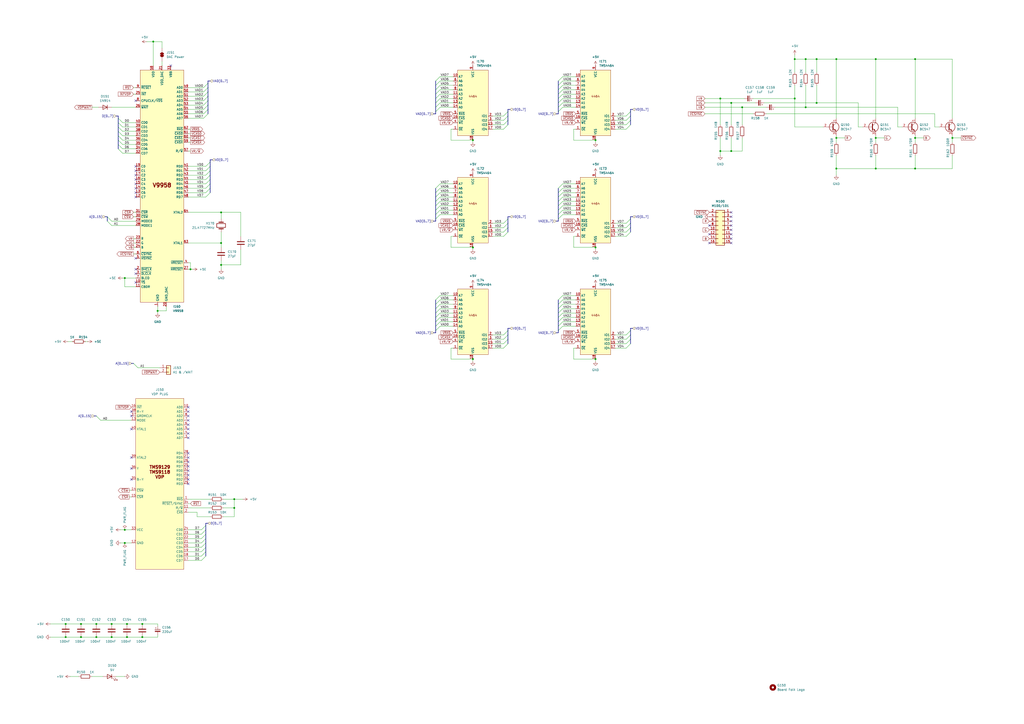
<source format=kicad_sch>
(kicad_sch (version 20250114) (generator "eeschema") (generator_version "9.0")
  (paper "A2")
  (junction (at 552.45 80.01))
  (junction (at 461.01 34.29))
  (junction (at 73.66 369.57))
  (junction (at 508 97.79))
  (junction (at 485.14 80.01))
  (junction (at 430.53 62.23))
  (junction (at 128.27 140.97))
  (junction (at 128.27 123.19))
  (junction (at 508 34.29))
  (junction (at 55.88 369.57))
  (junction (at 82.55 369.57))
  (junction (at 64.77 361.95))
  (junction (at 530.86 80.01))
  (junction (at 46.99 361.95))
  (junction (at 38.1 361.95))
  (junction (at 508 80.01))
  (junction (at 473.71 34.29))
  (junction (at 424.18 59.69))
  (junction (at 417.83 87.63))
  (junction (at 485.14 34.29))
  (junction (at 135.89 294.64))
  (junction (at 128.27 153.67))
  (junction (at 72.39 307.34))
  (junction (at 55.88 361.95))
  (junction (at 82.55 361.95))
  (junction (at 467.36 34.29))
  (junction (at 72.39 314.96))
  (junction (at 345.44 208.28))
  (junction (at 73.66 361.95))
  (junction (at 274.32 81.28))
  (junction (at 473.71 59.69))
  (junction (at 91.44 180.34))
  (junction (at 485.14 97.79))
  (junction (at 467.36 62.23))
  (junction (at 88.9 24.13))
  (junction (at 110.49 156.21))
  (junction (at 46.99 369.57))
  (junction (at 72.39 161.29))
  (junction (at 38.1 369.57))
  (junction (at 530.86 97.79))
  (junction (at 461.01 57.15))
  (junction (at 345.44 143.51))
  (junction (at 274.32 208.28))
  (junction (at 417.83 57.15))
  (junction (at 135.89 289.56))
  (junction (at 530.86 34.29))
  (junction (at 345.44 81.28))
  (junction (at 424.18 87.63))
  (junction (at 64.77 369.57))
  (junction (at 274.32 143.51))
  (no_connect (at 78.74 58.42))
  (no_connect (at 78.74 96.52))
  (no_connect (at 109.22 273.05))
  (no_connect (at 109.22 254))
  (no_connect (at 424.18 130.81))
  (no_connect (at 78.74 104.14))
  (no_connect (at 424.18 135.89))
  (no_connect (at 78.74 111.76))
  (no_connect (at 76.2 271.78))
  (no_connect (at 109.22 238.76))
  (no_connect (at 411.48 140.97))
  (no_connect (at 109.22 246.38))
  (no_connect (at 424.18 128.27))
  (no_connect (at 78.74 163.83))
  (no_connect (at 109.22 267.97))
  (no_connect (at 424.18 125.73))
  (no_connect (at 76.2 238.76))
  (no_connect (at 109.22 236.22))
  (no_connect (at 78.74 114.3))
  (no_connect (at 78.74 101.6))
  (no_connect (at 78.74 158.75))
  (no_connect (at 109.22 262.89))
  (no_connect (at 78.74 156.21))
  (no_connect (at 78.74 99.06))
  (no_connect (at 76.2 241.3))
  (no_connect (at 78.74 106.68))
  (no_connect (at 109.22 275.59))
  (no_connect (at 109.22 280.67))
  (no_connect (at 78.74 109.22))
  (no_connect (at 411.48 135.89))
  (no_connect (at 109.22 278.13))
  (no_connect (at 109.22 251.46))
  (no_connect (at 424.18 140.97))
  (no_connect (at 424.18 138.43))
  (no_connect (at 109.22 243.84))
  (no_connect (at 78.74 149.86))
  (no_connect (at 76.2 248.92))
  (no_connect (at 411.48 130.81))
  (no_connect (at 76.2 278.13))
  (no_connect (at 109.22 265.43))
  (no_connect (at 76.2 265.43))
  (no_connect (at 424.18 123.19))
  (no_connect (at 424.18 133.35))
  (no_connect (at 109.22 270.51))
  (no_connect (at 109.22 241.3))
  (no_connect (at 109.22 248.92))
  (no_connect (at 99.06 38.1))
  (bus_entry (at 326.39 44.45) (size -2.54 2.54))
  (bus_entry (at 326.39 121.92) (size -2.54 2.54))
  (bus_entry (at 363.22 134.62) (size 2.54 -2.54))
  (bus_entry (at 255.27 171.45) (size -2.54 2.54))
  (bus_entry (at 255.27 114.3) (size -2.54 2.54))
  (bus_entry (at 326.39 189.23) (size -2.54 2.54))
  (bus_entry (at 119.38 96.52) (size 2.54 -2.54))
  (bus_entry (at 118.11 55.88) (size 2.54 -2.54))
  (bus_entry (at 326.39 184.15) (size -2.54 2.54))
  (bus_entry (at 326.39 116.84) (size -2.54 2.54))
  (bus_entry (at 292.1 201.93) (size 2.54 -2.54))
  (bus_entry (at 255.27 57.15) (size -2.54 2.54))
  (bus_entry (at 326.39 109.22) (size -2.54 2.54))
  (bus_entry (at 71.12 88.9) (size -2.54 -2.54))
  (bus_entry (at 118.11 66.04) (size 2.54 -2.54))
  (bus_entry (at 119.38 99.06) (size 2.54 -2.54))
  (bus_entry (at 116.84 312.42) (size 2.54 -2.54))
  (bus_entry (at 116.84 322.58) (size 2.54 -2.54))
  (bus_entry (at 363.22 196.85) (size 2.54 -2.54))
  (bus_entry (at 116.84 314.96) (size 2.54 -2.54))
  (bus_entry (at 118.11 68.58) (size 2.54 -2.54))
  (bus_entry (at 326.39 59.69) (size -2.54 2.54))
  (bus_entry (at 363.22 129.54) (size 2.54 -2.54))
  (bus_entry (at 58.42 243.84) (size -2.54 -2.54))
  (bus_entry (at 118.11 50.8) (size 2.54 -2.54))
  (bus_entry (at 292.1 129.54) (size 2.54 -2.54))
  (bus_entry (at 80.01 213.36) (size -2.54 -2.54))
  (bus_entry (at 326.39 186.69) (size -2.54 2.54))
  (bus_entry (at 255.27 116.84) (size -2.54 2.54))
  (bus_entry (at 326.39 171.45) (size -2.54 2.54))
  (bus_entry (at 363.22 132.08) (size 2.54 -2.54))
  (bus_entry (at 255.27 186.69) (size -2.54 2.54))
  (bus_entry (at 255.27 184.15) (size -2.54 2.54))
  (bus_entry (at 71.12 73.66) (size -2.54 -2.54))
  (bus_entry (at 71.12 76.2) (size -2.54 -2.54))
  (bus_entry (at 363.22 74.93) (size 2.54 -2.54))
  (bus_entry (at 119.38 104.14) (size 2.54 -2.54))
  (bus_entry (at 255.27 124.46) (size -2.54 2.54))
  (bus_entry (at 119.38 109.22) (size 2.54 -2.54))
  (bus_entry (at 292.1 69.85) (size 2.54 -2.54))
  (bus_entry (at 363.22 201.93) (size 2.54 -2.54))
  (bus_entry (at 326.39 179.07) (size -2.54 2.54))
  (bus_entry (at 292.1 74.93) (size 2.54 -2.54))
  (bus_entry (at 255.27 189.23) (size -2.54 2.54))
  (bus_entry (at 71.12 86.36) (size -2.54 -2.54))
  (bus_entry (at 363.22 194.31) (size 2.54 -2.54))
  (bus_entry (at 118.11 53.34) (size 2.54 -2.54))
  (bus_entry (at 119.38 101.6) (size 2.54 -2.54))
  (bus_entry (at 292.1 67.31) (size 2.54 -2.54))
  (bus_entry (at 292.1 134.62) (size 2.54 -2.54))
  (bus_entry (at 118.11 63.5) (size 2.54 -2.54))
  (bus_entry (at 255.27 179.07) (size -2.54 2.54))
  (bus_entry (at 255.27 52.07) (size -2.54 2.54))
  (bus_entry (at 116.84 325.12) (size 2.54 -2.54))
  (bus_entry (at 326.39 181.61) (size -2.54 2.54))
  (bus_entry (at 255.27 54.61) (size -2.54 2.54))
  (bus_entry (at 255.27 49.53) (size -2.54 2.54))
  (bus_entry (at 116.84 317.5) (size 2.54 -2.54))
  (bus_entry (at 71.12 78.74) (size -2.54 -2.54))
  (bus_entry (at 116.84 320.04) (size 2.54 -2.54))
  (bus_entry (at 255.27 176.53) (size -2.54 2.54))
  (bus_entry (at 119.38 106.68) (size 2.54 -2.54))
  (bus_entry (at 326.39 49.53) (size -2.54 2.54))
  (bus_entry (at 326.39 176.53) (size -2.54 2.54))
  (bus_entry (at 255.27 111.76) (size -2.54 2.54))
  (bus_entry (at 255.27 173.99) (size -2.54 2.54))
  (bus_entry (at 71.12 83.82) (size -2.54 -2.54))
  (bus_entry (at 255.27 44.45) (size -2.54 2.54))
  (bus_entry (at 255.27 109.22) (size -2.54 2.54))
  (bus_entry (at 292.1 137.16) (size 2.54 -2.54))
  (bus_entry (at 71.12 71.12) (size -2.54 -2.54))
  (bus_entry (at 116.84 307.34) (size 2.54 -2.54))
  (bus_entry (at 292.1 194.31) (size 2.54 -2.54))
  (bus_entry (at 119.38 114.3) (size 2.54 -2.54))
  (bus_entry (at 292.1 132.08) (size 2.54 -2.54))
  (bus_entry (at 326.39 111.76) (size -2.54 2.54))
  (bus_entry (at 118.11 60.96) (size 2.54 -2.54))
  (bus_entry (at 326.39 124.46) (size -2.54 2.54))
  (bus_entry (at 292.1 72.39) (size 2.54 -2.54))
  (bus_entry (at 255.27 62.23) (size -2.54 2.54))
  (bus_entry (at 363.22 67.31) (size 2.54 -2.54))
  (bus_entry (at 64.77 130.81) (size -2.54 -2.54))
  (bus_entry (at 326.39 52.07) (size -2.54 2.54))
  (bus_entry (at 255.27 46.99) (size -2.54 2.54))
  (bus_entry (at 363.22 69.85) (size 2.54 -2.54))
  (bus_entry (at 326.39 106.68) (size -2.54 2.54))
  (bus_entry (at 292.1 199.39) (size 2.54 -2.54))
  (bus_entry (at 326.39 57.15) (size -2.54 2.54))
  (bus_entry (at 71.12 81.28) (size -2.54 -2.54))
  (bus_entry (at 326.39 54.61) (size -2.54 2.54))
  (bus_entry (at 255.27 106.68) (size -2.54 2.54))
  (bus_entry (at 116.84 309.88) (size 2.54 -2.54))
  (bus_entry (at 363.22 72.39) (size 2.54 -2.54))
  (bus_entry (at 64.77 128.27) (size -2.54 -2.54))
  (bus_entry (at 363.22 199.39) (size 2.54 -2.54))
  (bus_entry (at 292.1 196.85) (size 2.54 -2.54))
  (bus_entry (at 255.27 121.92) (size -2.54 2.54))
  (bus_entry (at 326.39 173.99) (size -2.54 2.54))
  (bus_entry (at 255.27 119.38) (size -2.54 2.54))
  (bus_entry (at 363.22 137.16) (size 2.54 -2.54))
  (bus_entry (at 119.38 111.76) (size 2.54 -2.54))
  (bus_entry (at 326.39 119.38) (size -2.54 2.54))
  (bus_entry (at 255.27 181.61) (size -2.54 2.54))
  (bus_entry (at 118.11 58.42) (size 2.54 -2.54))
  (bus_entry (at 255.27 59.69) (size -2.54 2.54))
  (bus_entry (at 326.39 62.23) (size -2.54 2.54))
  (bus_entry (at 326.39 46.99) (size -2.54 2.54))
  (bus_entry (at 326.39 114.3) (size -2.54 2.54))
  (wire (pts (xy 64.77 130.81) (xy 78.74 130.81)))
  (wire (pts (xy 262.89 109.22) (xy 255.27 109.22)))
  (wire (pts (xy 262.89 201.93) (xy 261.62 201.93)))
  (bus (pts (xy 68.58 68.58) (xy 68.58 71.12)))
  (wire (pts (xy 38.1 369.57) (xy 46.99 369.57)))
  (bus (pts (xy 323.85 54.61) (xy 323.85 52.07)))
  (wire (pts (xy 552.45 82.55) (xy 552.45 80.01)))
  (wire (pts (xy 508 68.58) (xy 508 34.29)))
  (bus (pts (xy 294.64 67.31) (xy 294.64 69.85)))
  (wire (pts (xy 71.12 161.29) (xy 72.39 161.29)))
  (wire (pts (xy 262.89 119.38) (xy 255.27 119.38)))
  (wire (pts (xy 128.27 151.13) (xy 128.27 153.67)))
  (wire (pts (xy 262.89 44.45) (xy 255.27 44.45)))
  (wire (pts (xy 262.89 57.15) (xy 255.27 57.15)))
  (bus (pts (xy 121.92 96.52) (xy 121.92 99.06)))
  (wire (pts (xy 552.45 80.01) (xy 552.45 78.74)))
  (wire (pts (xy 285.75 137.16) (xy 292.1 137.16)))
  (wire (pts (xy 334.01 106.68) (xy 326.39 106.68)))
  (wire (pts (xy 334.01 111.76) (xy 326.39 111.76)))
  (wire (pts (xy 461.01 34.29) (xy 461.01 31.75)))
  (wire (pts (xy 77.47 143.51) (xy 78.74 143.51)))
  (wire (pts (xy 530.86 68.58) (xy 530.86 34.29)))
  (bus (pts (xy 252.73 186.69) (xy 252.73 184.15)))
  (wire (pts (xy 139.7 123.19) (xy 128.27 123.19)))
  (wire (pts (xy 116.84 317.5) (xy 109.22 317.5)))
  (wire (pts (xy 485.14 101.6) (xy 485.14 97.79)))
  (wire (pts (xy 129.54 294.64) (xy 135.89 294.64)))
  (wire (pts (xy 110.49 74.93) (xy 109.22 74.93)))
  (wire (pts (xy 45.72 392.43) (xy 40.64 392.43)))
  (bus (pts (xy 251.46 66.04) (xy 252.73 66.04)))
  (wire (pts (xy 59.69 392.43) (xy 53.34 392.43)))
  (bus (pts (xy 323.85 127) (xy 323.85 124.46)))
  (bus (pts (xy 323.85 114.3) (xy 323.85 111.76)))
  (wire (pts (xy 461.01 57.15) (xy 461.01 73.66)))
  (wire (pts (xy 39.37 198.12) (xy 41.91 198.12)))
  (bus (pts (xy 365.76 69.85) (xy 365.76 72.39)))
  (bus (pts (xy 252.73 176.53) (xy 252.73 173.99)))
  (bus (pts (xy 322.58 66.04) (xy 323.85 66.04)))
  (wire (pts (xy 110.49 77.47) (xy 109.22 77.47)))
  (wire (pts (xy 552.45 34.29) (xy 530.86 34.29)))
  (bus (pts (xy 252.73 179.07) (xy 252.73 176.53)))
  (bus (pts (xy 365.76 191.77) (xy 365.76 194.31)))
  (bus (pts (xy 119.38 304.8) (xy 119.38 307.34)))
  (wire (pts (xy 116.84 312.42) (xy 109.22 312.42)))
  (wire (pts (xy 332.74 74.93) (xy 332.74 81.28)))
  (bus (pts (xy 294.64 196.85) (xy 294.64 199.39)))
  (wire (pts (xy 96.52 177.8) (xy 96.52 180.34)))
  (wire (pts (xy 334.01 116.84) (xy 326.39 116.84)))
  (wire (pts (xy 424.18 72.39) (xy 424.18 59.69)))
  (bus (pts (xy 322.58 193.04) (xy 323.85 193.04)))
  (bus (pts (xy 68.58 71.12) (xy 68.58 73.66)))
  (bus (pts (xy 365.76 132.08) (xy 365.76 134.62)))
  (bus (pts (xy 120.65 53.34) (xy 120.65 55.88)))
  (wire (pts (xy 424.18 80.01) (xy 424.18 87.63)))
  (wire (pts (xy 91.44 180.34) (xy 91.44 181.61)))
  (wire (pts (xy 485.14 80.01) (xy 485.14 78.74)))
  (wire (pts (xy 71.12 81.28) (xy 78.74 81.28)))
  (wire (pts (xy 417.83 72.39) (xy 417.83 57.15)))
  (wire (pts (xy 334.01 114.3) (xy 326.39 114.3)))
  (wire (pts (xy 77.47 147.32) (xy 78.74 147.32)))
  (wire (pts (xy 110.49 80.01) (xy 109.22 80.01)))
  (wire (pts (xy 334.01 124.46) (xy 326.39 124.46)))
  (bus (pts (xy 323.85 64.77) (xy 323.85 62.23)))
  (wire (pts (xy 74.93 284.48) (xy 76.2 284.48)))
  (wire (pts (xy 508 82.55) (xy 508 80.01)))
  (bus (pts (xy 323.85 124.46) (xy 323.85 121.92)))
  (wire (pts (xy 542.29 66.04) (xy 542.29 73.66)))
  (wire (pts (xy 530.86 82.55) (xy 530.86 80.01)))
  (wire (pts (xy 71.12 78.74) (xy 78.74 78.74)))
  (wire (pts (xy 109.22 50.8) (xy 118.11 50.8)))
  (wire (pts (xy 430.53 62.23) (xy 444.5 62.23)))
  (wire (pts (xy 262.89 137.16) (xy 261.62 137.16)))
  (wire (pts (xy 552.45 90.17) (xy 552.45 97.79)))
  (wire (pts (xy 334.01 171.45) (xy 326.39 171.45)))
  (bus (pts (xy 365.76 194.31) (xy 365.76 196.85)))
  (bus (pts (xy 252.73 184.15) (xy 252.73 181.61)))
  (wire (pts (xy 261.62 143.51) (xy 274.32 143.51)))
  (bus (pts (xy 252.73 181.61) (xy 252.73 179.07)))
  (wire (pts (xy 473.71 34.29) (xy 467.36 34.29)))
  (wire (pts (xy 274.32 82.55) (xy 274.32 81.28)))
  (wire (pts (xy 332.74 81.28) (xy 345.44 81.28)))
  (wire (pts (xy 485.14 34.29) (xy 485.14 68.58)))
  (wire (pts (xy 116.84 322.58) (xy 109.22 322.58)))
  (wire (pts (xy 334.01 57.15) (xy 326.39 57.15)))
  (wire (pts (xy 274.32 209.55) (xy 274.32 208.28)))
  (wire (pts (xy 129.54 289.56) (xy 135.89 289.56)))
  (wire (pts (xy 356.87 69.85) (xy 363.22 69.85)))
  (wire (pts (xy 135.89 294.64) (xy 135.89 289.56)))
  (wire (pts (xy 285.75 199.39) (xy 292.1 199.39)))
  (wire (pts (xy 262.89 171.45) (xy 255.27 171.45)))
  (wire (pts (xy 530.86 90.17) (xy 530.86 97.79)))
  (bus (pts (xy 252.73 119.38) (xy 252.73 116.84)))
  (wire (pts (xy 109.22 104.14) (xy 119.38 104.14)))
  (wire (pts (xy 332.74 137.16) (xy 332.74 143.51)))
  (bus (pts (xy 119.38 309.88) (xy 119.38 312.42)))
  (bus (pts (xy 120.65 50.8) (xy 120.65 53.34)))
  (wire (pts (xy 261.62 208.28) (xy 274.32 208.28)))
  (bus (pts (xy 67.31 67.31) (xy 68.58 67.31)))
  (wire (pts (xy 262.89 181.61) (xy 255.27 181.61)))
  (bus (pts (xy 252.73 191.77) (xy 252.73 189.23)))
  (wire (pts (xy 274.32 144.78) (xy 274.32 143.51)))
  (wire (pts (xy 88.9 24.13) (xy 88.9 38.1)))
  (wire (pts (xy 285.75 134.62) (xy 292.1 134.62)))
  (wire (pts (xy 114.3 297.18) (xy 114.3 299.72)))
  (wire (pts (xy 128.27 153.67) (xy 128.27 156.21)))
  (wire (pts (xy 497.84 59.69) (xy 497.84 73.66)))
  (wire (pts (xy 128.27 140.97) (xy 128.27 143.51)))
  (wire (pts (xy 109.22 68.58) (xy 118.11 68.58)))
  (bus (pts (xy 294.64 69.85) (xy 294.64 72.39)))
  (bus (pts (xy 294.64 129.54) (xy 294.64 132.08)))
  (wire (pts (xy 109.22 109.22) (xy 119.38 109.22)))
  (wire (pts (xy 473.71 49.53) (xy 473.71 59.69)))
  (bus (pts (xy 323.85 191.77) (xy 323.85 189.23)))
  (wire (pts (xy 430.53 80.01) (xy 430.53 87.63)))
  (wire (pts (xy 109.22 123.19) (xy 128.27 123.19)))
  (wire (pts (xy 64.77 361.95) (xy 73.66 361.95)))
  (wire (pts (xy 485.14 97.79) (xy 485.14 90.17)))
  (wire (pts (xy 262.89 106.68) (xy 255.27 106.68)))
  (wire (pts (xy 111.76 156.21) (xy 110.49 156.21)))
  (wire (pts (xy 334.01 59.69) (xy 326.39 59.69)))
  (wire (pts (xy 72.39 314.96) (xy 76.2 314.96)))
  (wire (pts (xy 334.01 49.53) (xy 326.39 49.53)))
  (bus (pts (xy 68.58 76.2) (xy 68.58 78.74)))
  (wire (pts (xy 444.5 66.04) (xy 542.29 66.04)))
  (bus (pts (xy 121.92 93.98) (xy 121.92 96.52)))
  (wire (pts (xy 508 34.29) (xy 530.86 34.29)))
  (wire (pts (xy 109.22 55.88) (xy 118.11 55.88)))
  (wire (pts (xy 109.22 60.96) (xy 118.11 60.96)))
  (bus (pts (xy 252.73 52.07) (xy 252.73 49.53)))
  (wire (pts (xy 345.44 82.55) (xy 345.44 81.28)))
  (wire (pts (xy 430.53 87.63) (xy 424.18 87.63)))
  (wire (pts (xy 109.22 152.4) (xy 110.49 152.4)))
  (wire (pts (xy 334.01 54.61) (xy 326.39 54.61)))
  (wire (pts (xy 334.01 201.93) (xy 332.74 201.93)))
  (bus (pts (xy 252.73 114.3) (xy 252.73 111.76)))
  (wire (pts (xy 334.01 74.93) (xy 332.74 74.93)))
  (wire (pts (xy 520.7 62.23) (xy 520.7 73.66)))
  (bus (pts (xy 119.38 320.04) (xy 119.38 322.58)))
  (wire (pts (xy 508 80.01) (xy 513.08 80.01)))
  (bus (pts (xy 121.92 109.22) (xy 121.92 111.76)))
  (wire (pts (xy 139.7 144.78) (xy 139.7 153.67)))
  (wire (pts (xy 473.71 41.91) (xy 473.71 34.29)))
  (bus (pts (xy 295.91 125.73) (xy 294.64 125.73)))
  (wire (pts (xy 356.87 201.93) (xy 363.22 201.93)))
  (bus (pts (xy 60.96 125.73) (xy 62.23 125.73)))
  (bus (pts (xy 295.91 190.5) (xy 294.64 190.5)))
  (wire (pts (xy 93.98 24.13) (xy 93.98 27.94)))
  (wire (pts (xy 46.99 361.95) (xy 55.88 361.95)))
  (wire (pts (xy 334.01 119.38) (xy 326.39 119.38)))
  (wire (pts (xy 53.34 62.23) (xy 57.15 62.23)))
  (wire (pts (xy 497.84 73.66) (xy 500.38 73.66)))
  (bus (pts (xy 119.38 303.53) (xy 119.38 304.8)))
  (wire (pts (xy 262.89 116.84) (xy 255.27 116.84)))
  (wire (pts (xy 461.01 41.91) (xy 461.01 34.29)))
  (wire (pts (xy 72.39 166.37) (xy 72.39 161.29)))
  (wire (pts (xy 334.01 179.07) (xy 326.39 179.07)))
  (wire (pts (xy 110.49 82.55) (xy 109.22 82.55)))
  (wire (pts (xy 262.89 111.76) (xy 255.27 111.76)))
  (wire (pts (xy 77.47 125.73) (xy 78.74 125.73)))
  (wire (pts (xy 467.36 41.91) (xy 467.36 34.29)))
  (wire (pts (xy 285.75 69.85) (xy 292.1 69.85)))
  (bus (pts (xy 252.73 49.53) (xy 252.73 46.99)))
  (bus (pts (xy 252.73 116.84) (xy 252.73 114.3)))
  (wire (pts (xy 77.47 138.43) (xy 78.74 138.43)))
  (wire (pts (xy 72.39 392.43) (xy 67.31 392.43)))
  (wire (pts (xy 332.74 208.28) (xy 345.44 208.28)))
  (wire (pts (xy 285.75 72.39) (xy 292.1 72.39)))
  (bus (pts (xy 365.76 63.5) (xy 365.76 64.77)))
  (wire (pts (xy 109.22 289.56) (xy 121.92 289.56)))
  (wire (pts (xy 262.89 54.61) (xy 255.27 54.61)))
  (wire (pts (xy 552.45 80.01) (xy 557.53 80.01)))
  (wire (pts (xy 530.86 80.01) (xy 535.94 80.01)))
  (wire (pts (xy 71.12 86.36) (xy 78.74 86.36)))
  (bus (pts (xy 294.64 194.31) (xy 294.64 196.85)))
  (wire (pts (xy 93.98 38.1) (xy 93.98 35.56)))
  (wire (pts (xy 508 97.79) (xy 485.14 97.79)))
  (bus (pts (xy 68.58 78.74) (xy 68.58 81.28)))
  (wire (pts (xy 91.44 369.57) (xy 91.44 368.3)))
  (wire (pts (xy 55.88 369.57) (xy 64.77 369.57)))
  (bus (pts (xy 120.65 63.5) (xy 120.65 66.04)))
  (wire (pts (xy 508 90.17) (xy 508 97.79)))
  (wire (pts (xy 77.47 50.8) (xy 78.74 50.8)))
  (bus (pts (xy 252.73 189.23) (xy 252.73 186.69)))
  (wire (pts (xy 430.53 62.23) (xy 408.94 62.23)))
  (wire (pts (xy 71.12 83.82) (xy 78.74 83.82)))
  (bus (pts (xy 365.76 129.54) (xy 365.76 132.08)))
  (wire (pts (xy 71.12 73.66) (xy 78.74 73.66)))
  (wire (pts (xy 473.71 34.29) (xy 485.14 34.29)))
  (wire (pts (xy 109.22 114.3) (xy 119.38 114.3)))
  (wire (pts (xy 542.29 73.66) (xy 544.83 73.66)))
  (bus (pts (xy 365.76 196.85) (xy 365.76 199.39)))
  (wire (pts (xy 261.62 201.93) (xy 261.62 208.28)))
  (wire (pts (xy 285.75 196.85) (xy 292.1 196.85)))
  (wire (pts (xy 417.83 80.01) (xy 417.83 87.63)))
  (wire (pts (xy 356.87 67.31) (xy 363.22 67.31)))
  (bus (pts (xy 323.85 181.61) (xy 323.85 179.07)))
  (wire (pts (xy 473.71 59.69) (xy 497.84 59.69)))
  (wire (pts (xy 262.89 49.53) (xy 255.27 49.53)))
  (bus (pts (xy 367.03 125.73) (xy 365.76 125.73)))
  (wire (pts (xy 109.22 99.06) (xy 119.38 99.06)))
  (wire (pts (xy 285.75 201.93) (xy 292.1 201.93)))
  (wire (pts (xy 262.89 114.3) (xy 255.27 114.3)))
  (bus (pts (xy 323.85 62.23) (xy 323.85 59.69)))
  (wire (pts (xy 467.36 62.23) (xy 520.7 62.23)))
  (wire (pts (xy 356.87 137.16) (xy 363.22 137.16)))
  (bus (pts (xy 252.73 62.23) (xy 252.73 59.69)))
  (wire (pts (xy 82.55 361.95) (xy 91.44 361.95)))
  (bus (pts (xy 323.85 57.15) (xy 323.85 54.61)))
  (wire (pts (xy 74.93 288.29) (xy 76.2 288.29)))
  (wire (pts (xy 116.84 320.04) (xy 109.22 320.04)))
  (wire (pts (xy 332.74 143.51) (xy 345.44 143.51)))
  (wire (pts (xy 334.01 46.99) (xy 326.39 46.99)))
  (wire (pts (xy 78.74 166.37) (xy 72.39 166.37)))
  (wire (pts (xy 356.87 74.93) (xy 363.22 74.93)))
  (wire (pts (xy 356.87 132.08) (xy 363.22 132.08)))
  (bus (pts (xy 323.85 189.23) (xy 323.85 186.69)))
  (bus (pts (xy 252.73 124.46) (xy 252.73 121.92)))
  (wire (pts (xy 520.7 73.66) (xy 523.24 73.66)))
  (bus (pts (xy 323.85 59.69) (xy 323.85 57.15)))
  (bus (pts (xy 323.85 116.84) (xy 323.85 114.3)))
  (wire (pts (xy 285.75 129.54) (xy 292.1 129.54)))
  (wire (pts (xy 91.44 363.22) (xy 91.44 361.95)))
  (wire (pts (xy 485.14 34.29) (xy 508 34.29)))
  (wire (pts (xy 116.84 325.12) (xy 109.22 325.12)))
  (wire (pts (xy 262.89 173.99) (xy 255.27 173.99)))
  (wire (pts (xy 109.22 96.52) (xy 119.38 96.52)))
  (wire (pts (xy 424.18 87.63) (xy 417.83 87.63)))
  (wire (pts (xy 285.75 74.93) (xy 292.1 74.93)))
  (wire (pts (xy 467.36 34.29) (xy 461.01 34.29)))
  (bus (pts (xy 322.58 128.27) (xy 323.85 128.27)))
  (wire (pts (xy 530.86 80.01) (xy 530.86 78.74)))
  (wire (pts (xy 262.89 59.69) (xy 255.27 59.69)))
  (wire (pts (xy 110.49 152.4) (xy 110.49 156.21)))
  (bus (pts (xy 68.58 81.28) (xy 68.58 83.82)))
  (wire (pts (xy 139.7 153.67) (xy 128.27 153.67)))
  (wire (pts (xy 334.01 173.99) (xy 326.39 173.99)))
  (wire (pts (xy 139.7 137.16) (xy 139.7 123.19)))
  (wire (pts (xy 334.01 181.61) (xy 326.39 181.61)))
  (wire (pts (xy 261.62 137.16) (xy 261.62 143.51)))
  (bus (pts (xy 323.85 52.07) (xy 323.85 49.53)))
  (wire (pts (xy 408.94 66.04) (xy 436.88 66.04)))
  (bus (pts (xy 121.92 106.68) (xy 121.92 109.22)))
  (wire (pts (xy 417.83 87.63) (xy 417.83 90.17)))
  (bus (pts (xy 123.19 92.71) (xy 121.92 92.71)))
  (wire (pts (xy 285.75 132.08) (xy 292.1 132.08)))
  (wire (pts (xy 69.85 307.34) (xy 72.39 307.34)))
  (wire (pts (xy 285.75 67.31) (xy 292.1 67.31)))
  (wire (pts (xy 262.89 46.99) (xy 255.27 46.99)))
  (wire (pts (xy 96.52 180.34) (xy 91.44 180.34)))
  (wire (pts (xy 91.44 177.8) (xy 91.44 180.34)))
  (wire (pts (xy 461.01 73.66) (xy 477.52 73.66)))
  (wire (pts (xy 116.84 307.34) (xy 109.22 307.34)))
  (wire (pts (xy 261.62 81.28) (xy 274.32 81.28)))
  (wire (pts (xy 334.01 137.16) (xy 332.74 137.16)))
  (bus (pts (xy 365.76 190.5) (xy 365.76 191.77)))
  (bus (pts (xy 119.38 317.5) (xy 119.38 320.04)))
  (wire (pts (xy 345.44 144.78) (xy 345.44 143.51)))
  (bus (pts (xy 68.58 83.82) (xy 68.58 86.36)))
  (wire (pts (xy 114.3 299.72) (xy 121.92 299.72)))
  (wire (pts (xy 109.22 106.68) (xy 119.38 106.68)))
  (bus (pts (xy 323.85 184.15) (xy 323.85 181.61)))
  (bus (pts (xy 294.64 64.77) (xy 294.64 67.31)))
  (wire (pts (xy 135.89 299.72) (xy 135.89 294.64)))
  (wire (pts (xy 64.77 369.57) (xy 73.66 369.57)))
  (wire (pts (xy 85.09 24.13) (xy 88.9 24.13)))
  (wire (pts (xy 262.89 62.23) (xy 255.27 62.23)))
  (bus (pts (xy 365.76 64.77) (xy 365.76 67.31)))
  (wire (pts (xy 73.66 369.57) (xy 82.55 369.57)))
  (bus (pts (xy 252.73 54.61) (xy 252.73 52.07)))
  (wire (pts (xy 424.18 59.69) (xy 408.94 59.69)))
  (bus (pts (xy 252.73 127) (xy 252.73 124.46)))
  (wire (pts (xy 262.89 74.93) (xy 261.62 74.93)))
  (wire (pts (xy 356.87 134.62) (xy 363.22 134.62)))
  (wire (pts (xy 109.22 140.97) (xy 128.27 140.97)))
  (bus (pts (xy 251.46 193.04) (xy 252.73 193.04)))
  (wire (pts (xy 109.22 66.04) (xy 118.11 66.04)))
  (wire (pts (xy 109.22 58.42) (xy 118.11 58.42)))
  (wire (pts (xy 110.49 292.1) (xy 109.22 292.1)))
  (bus (pts (xy 323.85 128.27) (xy 323.85 127)))
  (wire (pts (xy 109.22 294.64) (xy 121.92 294.64)))
  (bus (pts (xy 121.92 104.14) (xy 121.92 106.68)))
  (wire (pts (xy 334.01 184.15) (xy 326.39 184.15)))
  (wire (pts (xy 55.88 361.95) (xy 64.77 361.95)))
  (wire (pts (xy 467.36 49.53) (xy 467.36 62.23)))
  (bus (pts (xy 323.85 193.04) (xy 323.85 191.77)))
  (wire (pts (xy 128.27 134.62) (xy 128.27 140.97)))
  (bus (pts (xy 252.73 193.04) (xy 252.73 191.77)))
  (wire (pts (xy 69.85 314.96) (xy 72.39 314.96)))
  (bus (pts (xy 120.65 55.88) (xy 120.65 58.42)))
  (bus (pts (xy 365.76 125.73) (xy 365.76 127)))
  (wire (pts (xy 93.98 24.13) (xy 88.9 24.13)))
  (wire (pts (xy 262.89 121.92) (xy 255.27 121.92)))
  (bus (pts (xy 365.76 127) (xy 365.76 129.54)))
  (wire (pts (xy 262.89 186.69) (xy 255.27 186.69)))
  (wire (pts (xy 109.22 101.6) (xy 119.38 101.6)))
  (wire (pts (xy 50.8 198.12) (xy 49.53 198.12)))
  (bus (pts (xy 121.92 99.06) (xy 121.92 101.6)))
  (bus (pts (xy 323.85 119.38) (xy 323.85 116.84)))
  (bus (pts (xy 54.61 241.3) (xy 55.88 241.3)))
  (wire (pts (xy 436.88 57.15) (xy 461.01 57.15)))
  (bus (pts (xy 68.58 67.31) (xy 68.58 68.58)))
  (bus (pts (xy 252.73 128.27) (xy 252.73 127)))
  (wire (pts (xy 449.58 62.23) (xy 467.36 62.23)))
  (wire (pts (xy 64.77 128.27) (xy 78.74 128.27)))
  (wire (pts (xy 110.49 87.63) (xy 109.22 87.63)))
  (wire (pts (xy 38.1 361.95) (xy 46.99 361.95)))
  (bus (pts (xy 323.85 176.53) (xy 323.85 173.99)))
  (wire (pts (xy 109.22 297.18) (xy 114.3 297.18)))
  (wire (pts (xy 332.74 201.93) (xy 332.74 208.28)))
  (bus (pts (xy 323.85 111.76) (xy 323.85 109.22)))
  (wire (pts (xy 29.21 361.95) (xy 38.1 361.95)))
  (wire (pts (xy 356.87 129.54) (xy 363.22 129.54)))
  (wire (pts (xy 334.01 44.45) (xy 326.39 44.45)))
  (bus (pts (xy 119.38 314.96) (xy 119.38 317.5)))
  (wire (pts (xy 262.89 184.15) (xy 255.27 184.15)))
  (wire (pts (xy 417.83 57.15) (xy 431.8 57.15)))
  (bus (pts (xy 76.2 210.82) (xy 77.47 210.82)))
  (bus (pts (xy 120.65 48.26) (xy 120.65 50.8)))
  (wire (pts (xy 58.42 243.84) (xy 76.2 243.84)))
  (wire (pts (xy 262.89 189.23) (xy 255.27 189.23)))
  (wire (pts (xy 417.83 57.15) (xy 408.94 57.15)))
  (bus (pts (xy 294.64 125.73) (xy 294.64 127)))
  (bus (pts (xy 251.46 128.27) (xy 252.73 128.27)))
  (wire (pts (xy 55.88 369.57) (xy 46.99 369.57)))
  (wire (pts (xy 334.01 109.22) (xy 326.39 109.22)))
  (wire (pts (xy 116.84 309.88) (xy 109.22 309.88)))
  (bus (pts (xy 323.85 121.92) (xy 323.85 119.38)))
  (bus (pts (xy 294.64 191.77) (xy 294.64 194.31)))
  (wire (pts (xy 285.75 194.31) (xy 292.1 194.31)))
  (bus (pts (xy 294.64 63.5) (xy 294.64 64.77)))
  (bus (pts (xy 323.85 49.53) (xy 323.85 46.99)))
  (wire (pts (xy 430.53 72.39) (xy 430.53 62.23)))
  (wire (pts (xy 334.01 121.92) (xy 326.39 121.92)))
  (wire (pts (xy 82.55 369.57) (xy 91.44 369.57)))
  (bus (pts (xy 121.92 92.71) (xy 121.92 93.98)))
  (wire (pts (xy 73.66 361.95) (xy 82.55 361.95)))
  (wire (pts (xy 356.87 196.85) (xy 363.22 196.85)))
  (wire (pts (xy 135.89 289.56) (xy 140.97 289.56)))
  (wire (pts (xy 262.89 179.07) (xy 255.27 179.07)))
  (wire (pts (xy 334.01 176.53) (xy 326.39 176.53)))
  (wire (pts (xy 262.89 176.53) (xy 255.27 176.53)))
  (bus (pts (xy 295.91 63.5) (xy 294.64 63.5)))
  (wire (pts (xy 356.87 199.39) (xy 363.22 199.39)))
  (bus (pts (xy 120.65 303.53) (xy 119.38 303.53)))
  (wire (pts (xy 345.44 209.55) (xy 345.44 208.28)))
  (bus (pts (xy 62.23 125.73) (xy 62.23 128.27)))
  (wire (pts (xy 71.12 88.9) (xy 78.74 88.9)))
  (bus (pts (xy 252.73 66.04) (xy 252.73 64.77)))
  (wire (pts (xy 110.49 156.21) (xy 109.22 156.21)))
  (bus (pts (xy 294.64 190.5) (xy 294.64 191.77)))
  (wire (pts (xy 334.01 52.07) (xy 326.39 52.07)))
  (wire (pts (xy 552.45 68.58) (xy 552.45 34.29)))
  (bus (pts (xy 252.73 64.77) (xy 252.73 62.23)))
  (bus (pts (xy 120.65 60.96) (xy 120.65 63.5)))
  (bus (pts (xy 119.38 312.42) (xy 119.38 314.96)))
  (wire (pts (xy 262.89 52.07) (xy 255.27 52.07)))
  (wire (pts (xy 262.89 124.46) (xy 255.27 124.46)))
  (wire (pts (xy 64.77 62.23) (xy 78.74 62.23)))
  (wire (pts (xy 424.18 59.69) (xy 438.15 59.69)))
  (wire (pts (xy 356.87 194.31) (xy 363.22 194.31)))
  (wire (pts (xy 129.54 299.72) (xy 135.89 299.72)))
  (wire (pts (xy 552.45 97.79) (xy 530.86 97.79)))
  (wire (pts (xy 461.01 49.53) (xy 461.01 57.15)))
  (bus (pts (xy 323.85 186.69) (xy 323.85 184.15)))
  (bus (pts (xy 252.73 59.69) (xy 252.73 57.15)))
  (bus (pts (xy 367.03 190.5) (xy 365.76 190.5)))
  (bus (pts (xy 121.92 46.99) (xy 120.65 46.99)))
  (wire (pts (xy 109.22 53.34) (xy 118.11 53.34)))
  (wire (pts (xy 92.71 213.36) (xy 80.01 213.36)))
  (wire (pts (xy 128.27 127) (xy 128.27 123.19)))
  (wire (pts (xy 71.12 76.2) (xy 78.74 76.2)))
  (wire (pts (xy 485.14 80.01) (xy 490.22 80.01)))
  (bus (pts (xy 120.65 46.99) (xy 120.65 48.26)))
  (wire (pts (xy 72.39 161.29) (xy 78.74 161.29)))
  (wire (pts (xy 77.47 123.19) (xy 78.74 123.19)))
  (bus (pts (xy 121.92 101.6) (xy 121.92 104.14)))
  (wire (pts (xy 356.87 72.39) (xy 363.22 72.39)))
  (bus (pts (xy 294.64 127) (xy 294.64 129.54)))
  (bus (pts (xy 294.64 132.08) (xy 294.64 134.62)))
  (wire (pts (xy 77.47 140.97) (xy 78.74 140.97)))
  (wire (pts (xy 334.01 62.23) (xy 326.39 62.23)))
  (bus (pts (xy 367.03 63.5) (xy 365.76 63.5)))
  (wire (pts (xy 116.84 314.96) (xy 109.22 314.96)))
  (wire (pts (xy 109.22 111.76) (xy 119.38 111.76)))
  (bus (pts (xy 365.76 67.31) (xy 365.76 69.85)))
  (wire (pts (xy 29.21 369.57) (xy 38.1 369.57)))
  (wire (pts (xy 77.47 54.61) (xy 78.74 54.61)))
  (bus (pts (xy 119.38 307.34) (xy 119.38 309.88)))
  (wire (pts (xy 530.86 97.79) (xy 508 97.79)))
  (wire (pts (xy 109.22 63.5) (xy 118.11 63.5)))
  (wire (pts (xy 334.01 186.69) (xy 326.39 186.69)))
  (wire (pts (xy 71.12 71.12) (xy 78.74 71.12)))
  (bus (pts (xy 68.58 73.66) (xy 68.58 76.2)))
  (bus (pts (xy 252.73 111.76) (xy 252.73 109.22)))
  (bus (pts (xy 252.73 57.15) (xy 252.73 54.61)))
  (bus (pts (xy 252.73 121.92) (xy 252.73 119.38)))
  (bus (pts (xy 120.65 58.42) (xy 120.65 60.96)))
  (wire (pts (xy 261.62 74.93) (xy 261.62 81.28)))
  (wire (pts (xy 485.14 82.55) (xy 485.14 80.01)))
  (wire (pts (xy 508 80.01) (xy 508 78.74)))
  (wire (pts (xy 443.23 59.69) (xy 473.71 59.69)))
  (wire (pts (xy 72.39 307.34) (xy 76.2 307.34)))
  (wire (pts (xy 334.01 189.23) (xy 326.39 189.23)))
  (bus (pts (xy 323.85 66.04) (xy 323.85 64.77)))
  (bus (pts (xy 323.85 179.07) (xy 323.85 176.53)))
  (label "VAD2" (at 260.35 119.38 180))
  (label "D6" (at 113.03 309.88 0))
  (label "VD5" (at 358.14 72.39 0))
  (label "VAD2" (at 260.35 57.15 180))
  (label "VAD3" (at 331.47 54.61 180))
  (label "VAD0" (at 331.47 62.23 180))
  (label "VAD7" (at 260.35 171.45 180))
  (label "VAD6" (at 331.47 173.99 180))
  (label "VD6" (at 358.14 132.08 0))
  (label "VAD0" (at 260.35 62.23 180))
  (label "VAD1" (at 331.47 59.69 180))
  (label "VD7" (at 358.14 129.54 0))
  (label "VAD5" (at 331.47 49.53 180))
  (label "VD3" (at 287.02 67.31 0))
  (label "VD7" (at 358.14 194.31 0))
  (label "VD0" (at 114.3 96.52 0))
  (label "D3" (at 74.93 78.74 180))
  (label "VAD6" (at 113.03 66.04 0))
  (label "VAD4" (at 113.03 60.96 0))
  (label "VD4" (at 114.3 106.68 0))
  (label "VD0" (at 287.02 201.93 0))
  (label "VD4" (at 358.14 137.16 0))
  (label "VAD1" (at 260.35 59.69 180))
  (label "VD3" (at 287.02 194.31 0))
  (label "VAD3" (at 260.35 181.61 180))
  (label "VD1" (at 287.02 199.39 0))
  (label "D2" (at 74.93 76.2 180))
  (label "VAD3" (at 260.35 116.84 180))
  (label "D5" (at 74.93 83.82 180))
  (label "VAD1" (at 260.35 121.92 180))
  (label "VAD5" (at 331.47 111.76 180))
  (label "VAD5" (at 260.35 49.53 180))
  (label "VAD4" (at 260.35 114.3 180))
  (label "D4" (at 74.93 81.28 180))
  (label "VD5" (at 358.14 199.39 0))
  (label "VAD3" (at 113.03 58.42 0))
  (label "VAD2" (at 331.47 57.15 180))
  (label "VD6" (at 358.14 196.85 0))
  (label "VAD1" (at 331.47 186.69 180))
  (label "VAD6" (at 260.35 46.99 180))
  (label "VD1" (at 287.02 72.39 0))
  (label "VD7" (at 114.3 114.3 0))
  (label "VD3" (at 287.02 129.54 0))
  (label "VD5" (at 114.3 109.22 0))
  (label "D0" (at 74.93 71.12 180))
  (label "VAD3" (at 331.47 116.84 180))
  (label "VD1" (at 114.3 99.06 0))
  (label "D2" (at 113.03 320.04 0))
  (label "VAD4" (at 331.47 52.07 180))
  (label "VD5" (at 358.14 134.62 0))
  (label "A0" (at 68.58 128.27 180))
  (label "VAD3" (at 260.35 54.61 180))
  (label "VD4" (at 358.14 74.93 0))
  (label "VAD6" (at 260.35 109.22 180))
  (label "VAD2" (at 260.35 184.15 180))
  (label "VAD7" (at 331.47 106.68 180))
  (label "D0" (at 113.03 325.12 0))
  (label "VD2" (at 287.02 132.08 0))
  (label "VAD0" (at 260.35 124.46 180))
  (label "D4" (at 113.03 314.96 0))
  (label "A1" (at 68.58 130.81 180))
  (label "VD2" (at 114.3 101.6 0))
  (label "VAD0" (at 331.47 189.23 180))
  (label "D5" (at 113.03 312.42 0))
  (label "VD7" (at 358.14 67.31 0))
  (label "VAD1" (at 113.03 53.34 0))
  (label "VAD0" (at 113.03 50.8 0))
  (label "D7" (at 113.03 307.34 0))
  (label "VAD4" (at 331.47 114.3 180))
  (label "VAD4" (at 331.47 179.07 180))
  (label "VAD0" (at 331.47 124.46 180))
  (label "VAD7" (at 113.03 68.58 0))
  (label "VAD2" (at 331.47 119.38 180))
  (label "VAD0" (at 260.35 189.23 180))
  (label "D7" (at 74.93 88.9 180))
  (label "VAD1" (at 331.47 121.92 180))
  (label "VAD4" (at 260.35 52.07 180))
  (label "VAD4" (at 260.35 179.07 180))
  (label "VAD7" (at 331.47 44.45 180))
  (label "D1" (at 113.03 322.58 0))
  (label "VD1" (at 287.02 134.62 0))
  (label "VD4" (at 358.14 201.93 0))
  (label "VAD6" (at 260.35 173.99 180))
  (label "D1" (at 74.93 73.66 180))
  (label "VD6" (at 114.3 111.76 0))
  (label "VAD5" (at 331.47 176.53 180))
  (label "VD0" (at 287.02 74.93 0))
  (label "VAD1" (at 260.35 186.69 180))
  (label "A0" (at 62.23 243.84 180))
  (label "VAD2" (at 113.03 55.88 0))
  (label "VAD7" (at 331.47 171.45 180))
  (label "VAD2" (at 331.47 184.15 180))
  (label "VD2" (at 287.02 196.85 0))
  (label "VD6" (at 358.14 69.85 0))
  (label "VAD6" (at 331.47 46.99 180))
  (label "VD0" (at 287.02 137.16 0))
  (label "D3" (at 113.03 317.5 0))
  (label "VD3" (at 114.3 104.14 0))
  (label "VAD5" (at 260.35 176.53 180))
  (label "VD2" (at 287.02 69.85 0))
  (label "A1" (at 83.82 213.36 180))
  (label "VAD3" (at 331.47 181.61 180))
  (label "VAD5" (at 260.35 111.76 180))
  (label "VAD5" (at 113.03 63.5 0))
  (label "D6" (at 74.93 86.36 180))
  (label "VAD7" (at 260.35 44.45 180))
  (label "VAD6" (at 331.47 109.22 180))
  (label "VAD7" (at 260.35 106.68 180))
  (global_label "~{VRAS}" (shape input) (at 262.89 193.04 180) (property "Intersheetrefs" "${INTERSHEET_REFS}" (effects (hide yes))))
  (global_label "VR{slash}~{W}" (shape input) (at 334.01 198.12 180) (property "Intersheetrefs" "${INTERSHEET_REFS}" (effects (hide yes))))
  (global_label "VR" (shape input) (at 408.94 57.15 180) (property "Intersheetrefs" "${INTERSHEET_REFS}" (effects (hide yes))))
  (global_label "VB" (shape output) (at 77.47 143.51 180) (property "Intersheetrefs" "${INTERSHEET_REFS}" (effects (hide yes))))
  (global_label "~{VCSYNC}" (shape input) (at 408.94 66.04 180) (property "Intersheetrefs" "${INTERSHEET_REFS}" (effects (hide yes))))
  (global_label "~{VCASX}" (shape input) (at 334.01 195.58 180) (property "Intersheetrefs" "${INTERSHEET_REFS}" (effects (hide yes))))
  (global_label "B" (shape output) (at 535.94 80.01 0) (property "Intersheetrefs" "${INTERSHEET_REFS}" (effects (hide yes))))
  (global_label "~{CSYNC}" (shape output) (at 557.53 80.01 0) (property "Intersheetrefs" "${INTERSHEET_REFS}" (effects (hide yes))))
  (global_label "~{VCAS0}" (shape input) (at 262.89 68.58 180) (property "Intersheetrefs" "${INTERSHEET_REFS}" (effects (hide yes))))
  (global_label "~{VCAS1}" (shape output) (at 110.49 80.01 0) (property "Intersheetrefs" "${INTERSHEET_REFS}" (effects (hide yes))))
  (global_label "~{VCSYNC}" (shape output) (at 77.47 147.32 180) (property "Intersheetrefs" "${INTERSHEET_REFS}" (effects (hide yes))))
  (global_label "~{CSR}" (shape input) (at 77.47 123.19 180) (property "Intersheetrefs" "${INTERSHEET_REFS}" (effects (hide yes))))
  (global_label "VR{slash}~{W}" (shape input) (at 262.89 198.12 180) (property "Intersheetrefs" "${INTERSHEET_REFS}" (effects (hide yes))))
  (global_label "~{VCAS1}" (shape input) (at 334.01 130.81 180) (property "Intersheetrefs" "${INTERSHEET_REFS}" (effects (hide yes))))
  (global_label "~{VRAS}" (shape input) (at 334.01 193.04 180) (property "Intersheetrefs" "${INTERSHEET_REFS}" (effects (hide yes))))
  (global_label "~{VCASX}" (shape input) (at 262.89 195.58 180) (property "Intersheetrefs" "${INTERSHEET_REFS}" (effects (hide yes))))
  (global_label "~{VCAS0}" (shape input) (at 334.01 68.58 180) (property "Intersheetrefs" "${INTERSHEET_REFS}" (effects (hide yes))))
  (global_label "~{VRAS}" (shape output) (at 110.49 74.93 0) (property "Intersheetrefs" "${INTERSHEET_REFS}" (effects (hide yes))))
  (global_label "~{VDPWAIT}" (shape input) (at 92.71 215.9 180) (property "Intersheetrefs" "${INTERSHEET_REFS}" (effects (hide yes))))
  (global_label "~{VDPWAIT}" (shape output) (at 53.34 62.23 180) (property "Intersheetrefs" "${INTERSHEET_REFS}" (effects (hide yes))))
  (global_label "R" (shape input) (at 411.48 128.27 180) (property "Intersheetrefs" "${INTERSHEET_REFS}" (effects (hide yes))))
  (global_label "~{CSYNC}" (shape input) (at 411.48 123.19 180) (property "Intersheetrefs" "${INTERSHEET_REFS}" (effects (hide yes))))
  (global_label "VR{slash}~{W}" (shape input) (at 334.01 71.12 180) (property "Intersheetrefs" "${INTERSHEET_REFS}" (effects (hide yes))))
  (global_label "B" (shape input) (at 411.48 138.43 180) (property "Intersheetrefs" "${INTERSHEET_REFS}" (effects (hide yes))))
  (global_label "~{VCASX}" (shape output) (at 110.49 82.55 0) (property "Intersheetrefs" "${INTERSHEET_REFS}" (effects (hide yes))))
  (global_label "~{CSW}" (shape input) (at 77.47 125.73 180) (property "Intersheetrefs" "${INTERSHEET_REFS}" (effects (hide yes))))
  (global_label "~{CSR}" (shape output) (at 74.93 288.29 180) (property "Intersheetrefs" "${INTERSHEET_REFS}" (effects (hide yes))))
  (global_label "VG" (shape output) (at 77.47 140.97 180) (property "Intersheetrefs" "${INTERSHEET_REFS}" (effects (hide yes))))
  (global_label "~{RST}" (shape input) (at 110.49 292.1 0) (property "Intersheetrefs" "${INTERSHEET_REFS}" (effects (hide yes))))
  (global_label "G" (shape output) (at 513.08 80.01 0) (property "Intersheetrefs" "${INTERSHEET_REFS}" (effects (hide yes))))
  (global_label "~{VCAS1}" (shape input) (at 262.89 130.81 180) (property "Intersheetrefs" "${INTERSHEET_REFS}" (effects (hide yes))))
  (global_label "~{VRAS}" (shape input) (at 262.89 66.04 180) (property "Intersheetrefs" "${INTERSHEET_REFS}" (effects (hide yes))))
  (global_label "VG" (shape input) (at 408.94 59.69 180) (property "Intersheetrefs" "${INTERSHEET_REFS}" (effects (hide yes))))
  (global_label "~{RST}" (shape input) (at 77.47 50.8 180) (property "Intersheetrefs" "${INTERSHEET_REFS}" (effects (hide yes))))
  (global_label "~{VRAS}" (shape input) (at 334.01 66.04 180) (property "Intersheetrefs" "${INTERSHEET_REFS}" (effects (hide yes))))
  (global_label "VR{slash}~{W}" (shape input) (at 262.89 71.12 180) (property "Intersheetrefs" "${INTERSHEET_REFS}" (effects (hide yes))))
  (global_label "G" (shape input) (at 411.48 133.35 180) (property "Intersheetrefs" "${INTERSHEET_REFS}" (effects (hide yes))))
  (global_label "VR{slash}~{W}" (shape input) (at 334.01 133.35 180) (property "Intersheetrefs" "${INTERSHEET_REFS}" (effects (hide yes))))
  (global_label "VR" (shape output) (at 77.47 138.43 180) (property "Intersheetrefs" "${INTERSHEET_REFS}" (effects (hide yes))))
  (global_label "~{VRAS}" (shape input) (at 262.89 128.27 180) (property "Intersheetrefs" "${INTERSHEET_REFS}" (effects (hide yes))))
  (global_label "R" (shape output) (at 490.22 80.01 0) (property "Intersheetrefs" "${INTERSHEET_REFS}" (effects (hide yes))))
  (global_label "~{VRAS}" (shape input) (at 334.01 128.27 180) (property "Intersheetrefs" "${INTERSHEET_REFS}" (effects (hide yes))))
  (global_label "VR{slash}~{W}" (shape input) (at 262.89 133.35 180) (property "Intersheetrefs" "${INTERSHEET_REFS}" (effects (hide yes))))
  (global_label "~{VCAS0}" (shape output) (at 110.49 77.47 0) (property "Intersheetrefs" "${INTERSHEET_REFS}" (effects (hide yes))))
  (global_label "VB" (shape input) (at 408.94 62.23 180) (property "Intersheetrefs" "${INTERSHEET_REFS}" (effects (hide yes))))
  (global_label "VR{slash}~{W}" (shape output) (at 110.49 87.63 0) (property "Intersheetrefs" "${INTERSHEET_REFS}" (effects (hide yes))))
  (global_label "~{INTVDP}" (shape input) (at 76.2 236.22 180) (property "Intersheetrefs" "${INTERSHEET_REFS}" (effects (hide yes))))
  (global_label "~{CSW}" (shape output) (at 74.93 284.48 180) (property "Intersheetrefs" "${INTERSHEET_REFS}" (effects (hide yes))))
  (global_label "~{INTVDP}" (shape input) (at 77.47 54.61 180) (property "Intersheetrefs" "${INTERSHEET_REFS}" (effects (hide yes))))
  (hierarchical_label "VD[0..7]" (shape input) (at 295.91 125.73 0))
  (hierarchical_label "VAD[0..7]" (shape input) (at 251.46 193.04 180))
  (hierarchical_label "VAD[0..7]" (shape input) (at 322.58 66.04 180))
  (hierarchical_label "A[0..15]" (shape input) (at 54.61 241.3 180))
  (hierarchical_label "VD[0..7]" (shape input) (at 123.19 92.71 0))
  (hierarchical_label "VAD[0..7]" (shape input) (at 322.58 128.27 180))
  (hierarchical_label "VAD[0..7]" (shape input) (at 251.46 66.04 180))
  (hierarchical_label "VD[0..7]" (shape input) (at 367.03 190.5 0))
  (hierarchical_label "VD[0..7]" (shape input) (at 295.91 190.5 0))
  (hierarchical_label "VAD[0..7]" (shape input) (at 322.58 193.04 180))
  (hierarchical_label "VD[0..7]" (shape input) (at 367.03 125.73 0))
  (hierarchical_label "A[0..15]" (shape input) (at 76.2 210.82 180))
  (hierarchical_label "VAD[0..7]" (shape input) (at 121.92 46.99 0))
  (hierarchical_label "A[0..15]" (shape input) (at 60.96 125.73 180))
  (hierarchical_label "VAD[0..7]" (shape input) (at 251.46 128.27 180))
  (hierarchical_label "VD[0..7]" (shape input) (at 295.91 63.5 0))
  (hierarchical_label "VD[0..7]" (shape input) (at 367.03 63.5 0))
  (hierarchical_label "D[0..7]" (shape input) (at 120.65 303.53 0))
  (hierarchical_label "D[0..7]" (shape input) (at 67.31 67.31 180))
  (symbol (lib_id "power:GND") (at 485.14 101.6 0) (unit 1)
    (property "Reference" "#PWR0156" (effects (hide yes)))
    (property "Value" "GND" (at 485.14 106.68 0))
    (property "Description" "Power symbol creates a global label with name \"GND\" , ground" (effects (hide yes)))
  )
  (symbol (lib_id "Device:R") (at 45.72 198.12 270) (mirror x) (unit 1)
    (property "Reference" "R154" (at 48.26 195.58 90))
    (property "Value" "1K" (at 41.91 195.58 90))
    (property "Footprint" "Einstein:Resistor 10.16mm" (effects (hide yes)))
    (property "Description" "Resistor" (effects (hide yes)))
  )
  (symbol (lib_id "power:+5V") (at 274.32 100.33 0) (mirror y) (unit 1)
    (property "Reference" "#PWR0197" (effects (hide yes)))
    (property "Value" "+5V" (at 274.32 95.25 0))
    (property "Description" "Power symbol creates a global label with name \"+5V\"" (effects (hide yes)))
  )
  (symbol (lib_id "power:GND") (at 417.83 90.17 0) (unit 1)
    (property "Reference" "#PWR0153" (effects (hide yes)))
    (property "Value" "GND" (at 417.83 95.25 0))
    (property "Description" "Power symbol creates a global label with name \"GND\" , ground" (effects (hide yes)))
  )
  (symbol (lib_id "Einstein:+5E") (at 71.12 161.29 90) (unit 1)
    (property "Reference" "#PWR0158" (effects (hide yes)))
    (property "Value" "+5E" (at 67.31 161.2899 90) (effects (justify left)))
    (property "Description" "Power symbol creates a global label with name \"+5VE\"" (effects (hide yes)))
  )
  (symbol (lib_id "power:GND") (at 128.27 156.21 0) (mirror y) (unit 1)
    (property "Reference" "#PWR093" (effects (hide yes)))
    (property "Value" "GND" (at 128.27 161.29 0))
    (property "Description" "Power symbol creates a global label with name \"GND\" , ground" (effects (hide yes)))
  )
  (symbol (lib_id "power:+5V") (at 29.21 361.95 90) (unit 1)
    (property "Reference" "#PWR0150" (effects (hide yes)))
    (property "Value" "+5V" (at 25.4 361.9499 90) (effects (justify left)))
    (property "Description" "Power symbol creates a global label with name \"+5V\"" (effects (hide yes)))
  )
  (symbol (lib_id "power:GND") (at 274.32 82.55 0) (unit 1)
    (property "Reference" "#PWR0194" (effects (hide yes)))
    (property "Value" "GND" (at 274.32 87.63 0))
    (property "Description" "Power symbol creates a global label with name \"GND\" , ground" (effects (hide yes)))
  )
  (symbol (lib_id "Device:C") (at 128.27 147.32 0) (mirror y) (unit 1)
    (property "Reference" "C170" (at 132.08 146.0499 0) (effects (justify right)))
    (property "Value" "27pF" (at 132.08 148.5899 0) (effects (justify right)))
    (property "Footprint" "Einstein:C_Disc_5.08mm" (effects (hide yes)))
    (property "Description" "Unpolarized capacitor" (effects (hide yes)))
  )
  (symbol (lib_id "TMSAdapterTC01:TMS4464") (at 274.32 58.42 0) (unit 1)
    (property "Reference" "I170" (at 276.4633 35.56 0) (effects (justify left)))
    (property "Value" "TMS4464" (at 276.4633 38.1 0) (effects (justify left)))
    (property "Footprint" "Einstein:DIP-18_W7.62mm" (effects (hide yes)))
  )
  (symbol (lib_id "Device:R") (at 424.18 76.2 180) (unit 1)
    (property "Reference" "R156" (at 421.64 78.74 90))
    (property "Value" "1K8" (at 421.64 72.39 90))
    (property "Footprint" "Einstein:Resistor 10.16mm" (effects (hide yes)))
    (property "Description" "Resistor" (effects (hide yes)))
  )
  (symbol (lib_id "TMSAdapterTC01:TMS4464") (at 274.32 185.42 0) (unit 1)
    (property "Reference" "I174" (at 276.4633 162.56 0) (effects (justify left)))
    (property "Value" "TMS4464" (at 276.4633 165.1 0) (effects (justify left)))
    (property "Footprint" "Einstein:DIP-18_W7.62mm" (effects (hide yes)))
  )
  (symbol (lib_id "power:+5V") (at 69.85 307.34 90) (mirror x) (unit 1)
    (property "Reference" "#PWR0170" (effects (hide yes)))
    (property "Value" "+5V" (at 64.77 307.34 0))
    (property "Description" "Power symbol creates a global label with name \"+5V\"" (effects (hide yes)))
  )
  (symbol (lib_id "power:PWR_FLAG") (at 72.39 307.34 0) (mirror y) (unit 1)
    (property "Reference" "#FLG0150" (effects (hide yes)))
    (property "Value" "PWR_FLAG" (at 72.3899 303.53 90) (effects (justify left)))
    (property "Description" "Special symbol for telling ERC where power comes from" (effects (hide yes)))
  )
  (symbol (lib_id "Transistor_BJT:BC547") (at 549.91 73.66 0) (unit 1)
    (property "Reference" "Q153" (at 554.99 72.3899 0) (effects (justify left)))
    (property "Value" "BC547" (at 554.99 74.9299 0) (effects (justify left)))
    (property "Footprint" "Einstein:Transistor - Box 1 (Leg Rear)" (effects (hide yes)))
    (property "Datasheet" "https://www.onsemi.com/pub/Collateral/BC550-D.pdf" (effects (hide yes)))
    (property "Description" "0.1A Ic, 45V Vce, Small Signal NPN Transistor, TO-92" (effects (hide yes)))
  )
  (symbol (lib_id "power:+5V") (at 85.09 24.13 90) (mirror x) (unit 1)
    (property "Reference" "#PWR0192" (effects (hide yes)))
    (property "Value" "+5V" (at 83.82 21.59 90))
    (property "Description" "Power symbol creates a global label with name \"+5V\"" (effects (hide yes)))
  )
  (symbol (lib_id "Transistor_BJT:BC547") (at 482.6 73.66 0) (unit 1)
    (property "Reference" "Q150" (at 487.68 72.3899 0) (effects (justify left)))
    (property "Value" "BC547" (at 487.68 74.9299 0) (effects (justify left)))
    (property "Footprint" "Einstein:Transistor - Box 1 (Leg Rear)" (effects (hide yes)))
    (property "Datasheet" "https://www.onsemi.com/pub/Collateral/BC550-D.pdf" (effects (hide yes)))
    (property "Description" "0.1A Ic, 45V Vce, Small Signal NPN Transistor, TO-92" (effects (hide yes)))
  )
  (symbol (lib_id "TMSAdapterTC01:TMS4464") (at 345.44 185.42 0) (unit 1)
    (property "Reference" "I175" (at 347.5833 162.56 0) (effects (justify left)))
    (property "Value" "TMS4464" (at 347.5833 165.1 0) (effects (justify left)))
    (property "Footprint" "Einstein:DIP-18_W7.62mm" (effects (hide yes)))
  )
  (symbol (lib_id "power:+5V") (at 140.97 289.56 270) (unit 1)
    (property "Reference" "#PWR0180" (effects (hide yes)))
    (property "Value" "+5V" (at 144.78 289.5599 90) (effects (justify left)))
    (property "Description" "Power symbol creates a global label with name \"+5V\"" (effects (hide yes)))
  )
  (symbol (lib_id "Device:R") (at 440.69 66.04 90) (mirror x) (unit 1)
    (property "Reference" "R158" (at 438.15 68.58 90))
    (property "Value" "1K" (at 444.5 68.58 90))
    (property "Footprint" "Einstein:Resistor 10.16mm" (effects (hide yes)))
    (property "Description" "Resistor" (effects (hide yes)))
  )
  (symbol (lib_id "power:+5V") (at 345.44 38.1 0) (mirror y) (unit 1)
    (property "Reference" "#PWR0195" (effects (hide yes)))
    (property "Value" "+5V" (at 345.44 33.02 0))
    (property "Description" "Power symbol creates a global label with name \"+5V\"" (effects (hide yes)))
  )
  (symbol (lib_id "Device:R") (at 49.53 392.43 90) (unit 1)
    (property "Reference" "R150" (at 46.99 389.89 90))
    (property "Value" "1K" (at 53.34 389.89 90))
    (property "Footprint" "Einstein:Resistor 10.16mm" (effects (hide yes)))
    (property "Description" "Resistor" (effects (hide yes)))
  )
  (symbol (lib_id "Connector_Generic:Conn_01x02") (at 97.79 213.36 0) (unit 1)
    (property "Reference" "J153" (at 100.33 213.3599 0) (effects (justify left)))
    (property "Value" "A1 & /WAIT" (at 100.33 215.8999 0) (effects (justify left)))
    (property "Footprint" "Einstein:M11 PinHeader_1x02_P2.54mm" (effects (hide yes)))
    (property "Description" "Generic connector, single row, 01x02, script generated (kicad-library-utils/schlib/autogen/connector/)" (effects (hide yes)))
  )
  (symbol (lib_id "Device:R") (at 430.53 76.2 180) (unit 1)
    (property "Reference" "R157" (at 427.99 78.74 90))
    (property "Value" "1K8" (at 427.99 72.39 90))
    (property "Footprint" "Einstein:Resistor 10.16mm" (effects (hide yes)))
    (property "Description" "Resistor" (effects (hide yes)))
  )
  (symbol (lib_id "Device:C_Polarized_Small") (at 434.34 57.15 270) (mirror x) (unit 1)
    (property "Reference" "C157" (at 434.8861 50.8 90))
    (property "Value" "1uF" (at 434.8861 53.34 90))
    (property "Footprint" "Einstein:CP_2.5MM" (effects (hide yes)))
    (property "Description" "Polarized capacitor, small symbol" (effects (hide yes)))
  )
  (symbol (lib_id "Device:C_Polarized_Small") (at 447.04 62.23 270) (mirror x) (unit 1)
    (property "Reference" "C159" (at 447.04 50.8 90))
    (property "Value" "1uF" (at 447.04 53.34 90))
    (property "Footprint" "Einstein:CP_2.5MM" (effects (hide yes)))
    (property "Description" "Polarized capacitor, small symbol" (effects (hide yes)))
  )
  (symbol (lib_id "Device:R") (at 530.86 86.36 180) (unit 1)
    (property "Reference" "R161" (at 528.32 88.9 90))
    (property "Value" "470R" (at 528.32 82.55 90))
    (property "Footprint" "Einstein:Resistor 10.16mm" (effects (hide yes)))
    (property "Description" "Resistor" (effects (hide yes)))
  )
  (symbol (lib_id "power:GND") (at 91.44 181.61 0) (unit 1)
    (property "Reference" "#PWR0191" (effects (hide yes)))
    (property "Value" "GND" (at 91.44 186.69 0))
    (property "Description" "Power symbol creates a global label with name \"GND\" , ground" (effects (hide yes)))
  )
  (symbol (lib_id "Einstein:+5E") (at 111.76 156.21 270) (unit 1)
    (property "Reference" "#PWR0159" (effects (hide yes)))
    (property "Value" "+5E" (at 115.57 156.2099 90) (effects (justify left)))
    (property "Description" "Power symbol creates a global label with name \"+5VE\"" (effects (hide yes)))
  )
  (symbol (lib_id "TMSAdapterTC01:TMS9129_2") (at 92.71 283.21 0) (unit 1)
    (property "Reference" "J150" (at 92.71 226.06 0))
    (property "Value" "VDP PLUG" (at 92.71 228.6 0))
    (property "Footprint" "Einstein:DIP-40_W15.24mm_Plug" (effects (hide yes)))
  )
  (symbol (lib_id "TMSAdapterTC01:TMS4464") (at 274.32 120.65 0) (unit 1)
    (property "Reference" "I172" (at 276.4633 97.79 0) (effects (justify left)))
    (property "Value" "TMS4464" (at 276.4633 100.33 0) (effects (justify left)))
    (property "Footprint" "Einstein:DIP-18_W7.62mm" (effects (hide yes)))
  )
  (symbol (lib_id "power:GND") (at 274.32 209.55 0) (unit 1)
    (property "Reference" "#PWR0202" (effects (hide yes)))
    (property "Value" "GND" (at 274.32 214.63 0))
    (property "Description" "Power symbol creates a global label with name \"GND\" , ground" (effects (hide yes)))
  )
  (symbol (lib_id "power:PWR_FLAG") (at 72.39 314.96 0) (mirror x) (unit 1)
    (property "Reference" "#FLG0151" (effects (hide yes)))
    (property "Value" "PWR_FLAG" (at 72.3901 318.77 90) (effects (justify left)))
    (property "Description" "Special symbol for telling ERC where power comes from" (effects (hide yes)))
  )
  (symbol (lib_id "power:+5V") (at 345.44 100.33 0) (mirror y) (unit 1)
    (property "Reference" "#PWR0199" (effects (hide yes)))
    (property "Value" "+5V" (at 345.44 95.25 0))
    (property "Description" "Power symbol creates a global label with name \"+5V\"" (effects (hide yes)))
  )
  (symbol (lib_id "Device:C") (at 55.88 365.76 180) (unit 1)
    (property "Reference" "C152" (at 55.88 359.41 0))
    (property "Value" "100nF" (at 58.42 372.11 0) (effects (justify left)))
    (property "Footprint" "Einstein:C_Disc_5.08mm" (effects (hide yes)))
    (property "Description" "Unpolarized capacitor" (effects (hide yes)))
    (property "ComponentValue" "100nF" (effects (hide yes)))
  )
  (symbol (lib_id "power:GND") (at 29.21 369.57 270) (unit 1)
    (property "Reference" "#PWR0151" (effects (hide yes)))
    (property "Value" "GND" (at 25.4 369.5699 90) (effects (justify right)))
    (property "Description" "Power symbol creates a global label with name \"GND\" , ground" (effects (hide yes)))
  )
  (symbol (lib_id "Diode:1N914") (at 60.96 62.23 180) (unit 1) (in_bom no)
    (property "Reference" "D151" (at 60.96 55.88 0))
    (property "Value" "1N914" (at 60.96 58.42 0))
    (property "Footprint" "Einstein:Diode 7.62mm" (effects (hide yes)))
    (property "Datasheet" "http://www.vishay.com/docs/85622/1n914.pdf" (effects (hide yes)))
    (property "Description" "100V 0.3A Small Signal Fast Switching Diode, DO-35" (effects (hide yes)))
    (property "Sim.Device" "D" (effects (hide yes)))
    (property "Sim.Pins" "1=K 2=A" (effects (hide yes)))
  )
  (symbol (lib_id "power:GND") (at 72.39 392.43 90) (unit 1)
    (property "Reference" "#PWR0155" (effects (hide yes)))
    (property "Value" "GND" (at 76.2 392.4299 90) (effects (justify right)))
    (property "Description" "Power symbol creates a global label with name \"GND\" , ground" (effects (hide yes)))
  )
  (symbol (lib_id "power:GND") (at 274.32 144.78 0) (unit 1)
    (property "Reference" "#PWR0198" (effects (hide yes)))
    (property "Value" "GND" (at 274.32 149.86 0))
    (property "Description" "Power symbol creates a global label with name \"GND\" , ground" (effects (hide yes)))
  )
  (symbol (lib_id "TMSAdapterTC01:TMS4464") (at 345.44 120.65 0) (unit 1)
    (property "Reference" "I173" (at 347.5833 97.79 0) (effects (justify left)))
    (property "Value" "TMS4464" (at 347.5833 100.33 0) (effects (justify left)))
    (property "Footprint" "Einstein:DIP-18_W7.62mm" (effects (hide yes)))
  )
  (symbol (lib_id "power:+5V") (at 274.32 165.1 0) (mirror y) (unit 1)
    (property "Reference" "#PWR0201" (effects (hide yes)))
    (property "Value" "+5V" (at 274.32 160.02 0))
    (property "Description" "Power symbol creates a global label with name \"+5V\"" (effects (hide yes)))
  )
  (symbol (lib_id "Device:C_Polarized_Small") (at 91.44 365.76 0) (unit 1)
    (property "Reference" "C156" (at 93.98 363.9438 0) (effects (justify left)))
    (property "Value" "220uF" (at 93.98 366.4838 0) (effects (justify left)))
    (property "Footprint" "Einstein:Elec_5.08mm - Big Box" (effects (hide yes)))
    (property "Description" "Polarized capacitor, small symbol" (effects (hide yes)))
  )
  (symbol (lib_id "power:GND") (at 345.44 82.55 0) (unit 1)
    (property "Reference" "#PWR0196" (effects (hide yes)))
    (property "Value" "GND" (at 345.44 87.63 0))
    (property "Description" "Power symbol creates a global label with name \"GND\" , ground" (effects (hide yes)))
  )
  (symbol (lib_id "power:+5V") (at 461.01 31.75 0) (mirror y) (unit 1)
    (property "Reference" "#PWR0160" (effects (hide yes)))
    (property "Value" "+5V" (at 461.01 26.67 0))
    (property "Description" "Power symbol creates a global label with name \"+5V\"" (effects (hide yes)))
  )
  (symbol (lib_id "Device:R") (at 552.45 86.36 180) (unit 1)
    (property "Reference" "R162" (at 549.91 88.9 90))
    (property "Value" "100R" (at 549.91 82.55 90))
    (property "Footprint" "Einstein:Resistor 10.16mm" (effects (hide yes)))
    (property "Description" "Resistor" (effects (hide yes)))
  )
  (symbol (lib_id "Transistor_BJT:BC547") (at 505.46 73.66 0) (unit 1)
    (property "Reference" "Q151" (at 510.54 72.3899 0) (effects (justify left)))
    (property "Value" "BC547" (at 510.54 74.9299 0) (effects (justify left)))
    (property "Footprint" "Einstein:Transistor - Box 1 (Leg Rear)" (effects (hide yes)))
    (property "Datasheet" "https://www.onsemi.com/pub/Collateral/BC550-D.pdf" (effects (hide yes)))
    (property "Description" "0.1A Ic, 45V Vce, Small Signal NPN Transistor, TO-92" (effects (hide yes)))
  )
  (symbol (lib_id "Connector_Generic:Conn_02x08_Odd_Even") (at 419.1 130.81 0) (mirror y) (unit 1)
    (property "Reference" "M100" (at 417.83 116.84 0))
    (property "Value" "M100/101" (at 417.83 119.38 0))
    (property "Footprint" "Einstein:PinSocket_2x08_P2.54mm_Vertical" (effects (hide yes)))
    (property "Description" "Generic connector, double row, 02x08, odd/even pin numbering scheme (row 1 odd numbers, row 2 even numbers), script generated (kicad-library-utils/schlib/autogen/connector/)" (effects (hide yes)))
  )
  (symbol (lib_id "Device:R") (at 473.71 45.72 180) (unit 1)
    (property "Reference" "R165" (at 471.17 48.26 90))
    (property "Value" "12K" (at 471.17 41.91 90))
    (property "Footprint" "Einstein:Resistor 10.16mm" (effects (hide yes)))
    (property "Description" "Resistor" (effects (hide yes)))
  )
  (symbol (lib_id "Device:R") (at 125.73 294.64 90) (unit 1)
    (property "Reference" "R152" (at 123.19 292.1 90))
    (property "Value" "10K" (at 129.54 292.1 90))
    (property "Footprint" "Einstein:Resistor 10.16mm" (effects (hide yes)))
    (property "Description" "Resistor" (effects (hide yes)))
  )
  (symbol (lib_id "power:+5V") (at 274.32 38.1 0) (mirror y) (unit 1)
    (property "Reference" "#PWR0193" (effects (hide yes)))
    (property "Value" "+5V" (at 274.32 33.02 0))
    (property "Description" "Power symbol creates a global label with name \"+5V\"" (effects (hide yes)))
  )
  (symbol (lib_id "power:GND") (at 69.85 314.96 270) (mirror x) (unit 1)
    (property "Reference" "#PWR0171" (effects (hide yes)))
    (property "Value" "GND" (at 64.77 314.96 0))
    (property "Description" "Power symbol creates a global label with name \"GND\" , ground" (effects (hide yes)))
  )
  (symbol (lib_id "TMSAdapterTC01:V9958") (at 93.98 107.95 0) (unit 1)
    (property "Reference" "I160" (at 100.33 177.8 0) (effects (justify left)))
    (property "Value" "V9958" (at 100.33 180.34 0) (effects (justify left)))
    (property "Footprint" "Einstein:DIP-64_1.78mm Pitch_Socket" (effects (hide yes)))
  )
  (symbol (lib_id "Device:R") (at 508 86.36 180) (unit 1)
    (property "Reference" "R160" (at 505.46 88.9 90))
    (property "Value" "470R" (at 505.46 82.55 90))
    (property "Footprint" "Einstein:Resistor 10.16mm" (effects (hide yes)))
    (property "Description" "Resistor" (effects (hide yes)))
  )
  (symbol (lib_id "power:GND") (at 411.48 125.73 270) (unit 1)
    (property "Reference" "#PWR0210" (effects (hide yes)))
    (property "Value" "GND" (at 407.67 125.7299 90) (effects (justify right)))
    (property "Description" "Power symbol creates a global label with name \"GND\" , ground" (effects (hide yes)))
  )
  (symbol (lib_id "power:GND") (at 345.44 209.55 0) (unit 1)
    (property "Reference" "#PWR0204" (effects (hide yes)))
    (property "Value" "GND" (at 345.44 214.63 0))
    (property "Description" "Power symbol creates a global label with name \"GND\" , ground" (effects (hide yes)))
  )
  (symbol (lib_id "Device:R") (at 125.73 289.56 90) (unit 1)
    (property "Reference" "R151" (at 123.19 287.02 90))
    (property "Value" "10K" (at 129.54 287.02 90))
    (property "Footprint" "Einstein:Resistor 10.16mm" (effects (hide yes)))
    (property "Description" "Resistor" (effects (hide yes)))
  )
  (symbol (lib_id "Device:C") (at 82.55 365.76 180) (unit 1)
    (property "Reference" "C155" (at 82.55 359.41 0))
    (property "Value" "100nF" (at 85.09 372.11 0) (effects (justify left)))
    (property "Footprint" "Einstein:C_Disc_5.08mm" (effects (hide yes)))
    (property "Description" "Unpolarized capacitor" (effects (hide yes)))
    (property "ComponentValue" "100nF" (effects (hide yes)))
  )
  (symbol (lib_id "power:+5V") (at 345.44 165.1 0) (mirror y) (unit 1)
    (property "Reference" "#PWR0203" (effects (hide yes)))
    (property "Value" "+5V" (at 345.44 160.02 0))
    (property "Description" "Power symbol creates a global label with name \"+5V\"" (effects (hide yes)))
  )
  (symbol (lib_id "Device:C") (at 38.1 365.76 180) (unit 1)
    (property "Reference" "C150" (at 38.1 359.41 0))
    (property "Value" "100nF" (at 40.64 372.11 0) (effects (justify left)))
    (property "Footprint" "Einstein:C_Disc_5.08mm" (effects (hide yes)))
    (property "Description" "Unpolarized capacitor" (effects (hide yes)))
    (property "ComponentValue" "100nF" (effects (hide yes)))
  )
  (symbol (lib_id "Device:C") (at 46.99 365.76 180) (unit 1)
    (property "Reference" "C151" (at 46.99 359.41 0))
    (property "Value" "100nF" (at 49.53 372.11 0) (effects (justify left)))
    (property "Footprint" "Einstein:C_Disc_5.08mm" (effects (hide yes)))
    (property "Description" "Unpolarized capacitor" (effects (hide yes)))
    (property "ComponentValue" "100nF" (effects (hide yes)))
  )
  (symbol (lib_id "Transistor_BJT:BC547") (at 528.32 73.66 0) (unit 1)
    (property "Reference" "Q152" (at 533.4 72.3899 0) (effects (justify left)))
    (property "Value" "BC547" (at 533.4 74.9299 0) (effects (justify left)))
    (property "Footprint" "Einstein:Transistor - Box 1 (Leg Rear)" (effects (hide yes)))
    (property "Datasheet" "https://www.onsemi.com/pub/Collateral/BC550-D.pdf" (effects (hide yes)))
    (property "Description" "0.1A Ic, 45V Vce, Small Signal NPN Transistor, TO-92" (effects (hide yes)))
  )
  (symbol (lib_id "Device:R") (at 485.14 86.36 180) (unit 1)
    (property "Reference" "R159" (at 482.6 88.9 90))
    (property "Value" "470R" (at 482.6 82.55 90))
    (property "Footprint" "Einstein:Resistor 10.16mm" (effects (hide yes)))
    (property "Description" "Resistor" (effects (hide yes)))
  )
  (symbol (lib_id "Jumper:SolderJumper_2_Bridged") (at 93.98 31.75 90) (unit 1) (in_bom no)
    (property "Reference" "J151" (at 96.52 30.4799 90) (effects (justify right)))
    (property "Value" "DAC Power" (at 96.52 33.0199 90) (effects (justify right)))
    (property "Footprint" "Jumper:SolderJumper-2_P1.3mm_Bridged_RoundedPad1.0x1.5mm" (effects (hide yes)))
    (property "Description" "Solder Jumper, 2-pole, closed/bridged" (effects (hide yes)))
  )
  (symbol (lib_id "Device:C") (at 64.77 365.76 180) (unit 1)
    (property "Reference" "C153" (at 64.77 359.41 0))
    (property "Value" "100nF" (at 67.31 372.11 0) (effects (justify left)))
    (property "Footprint" "Einstein:C_Disc_5.08mm" (effects (hide yes)))
    (property "Description" "Unpolarized capacitor" (effects (hide yes)))
    (property "ComponentValue" "100nF" (effects (hide yes)))
  )
  (symbol (lib_id "TMSAdapterTC01:TMS4464") (at 345.44 58.42 0) (unit 1)
    (property "Reference" "I171" (at 347.5833 35.56 0) (effects (justify left)))
    (property "Value" "TMS4464" (at 347.5833 38.1 0) (effects (justify left)))
    (property "Footprint" "Einstein:DIP-18_W7.62mm" (effects (hide yes)))
  )
  (symbol (lib_id "Device:R") (at 467.36 45.72 180) (unit 1)
    (property "Reference" "R164" (at 464.82 48.26 90))
    (property "Value" "12K" (at 464.82 41.91 90))
    (property "Footprint" "Einstein:Resistor 10.16mm" (effects (hide yes)))
    (property "Description" "Resistor" (effects (hide yes)))
  )
  (symbol (lib_id "Device:C") (at 139.7 140.97 0) (mirror y) (unit 1)
    (property "Reference" "C171" (at 143.51 139.6999 0) (effects (justify right)))
    (property "Value" "27pF" (at 143.51 142.2399 0) (effects (justify right)))
    (property "Footprint" "Einstein:C_Disc_5.08mm" (effects (hide yes)))
    (property "Description" "Unpolarized capacitor" (effects (hide yes)))
  )
  (symbol (lib_id "Device:LED") (at 63.5 392.43 0) (mirror y) (unit 1)
    (property "Reference" "D150" (at 65.0875 386.08 0))
    (property "Value" "5V" (at 65.0875 388.62 0))
    (property "Footprint" "Einstein:LED_D3.0mm" (effects (hide yes)))
    (property "Description" "Light emitting diode" (effects (hide yes)))
    (property "Sim.Pins" "1=K 2=A" (effects (hide yes)))
  )
  (symbol (lib_id "Einstein:+5E") (at 50.8 198.12 270) (unit 1)
    (property "Reference" "#PWR0157" (effects (hide yes)))
    (property "Value" "+5E" (at 54.61 198.1199 90) (effects (justify left)))
    (property "Description" "Power symbol creates a global label with name \"+5VE\"" (effects (hide yes)))
  )
  (symbol (lib_id "Device:C") (at 73.66 365.76 180) (unit 1)
    (property "Reference" "C154" (at 73.66 359.41 0))
    (property "Value" "100nF" (at 76.2 372.11 0) (effects (justify left)))
    (property "Footprint" "Einstein:C_Disc_5.08mm" (effects (hide yes)))
    (property "Description" "Unpolarized capacitor" (effects (hide yes)))
    (property "ComponentValue" "100nF" (effects (hide yes)))
  )
  (symbol (lib_id "power:GND") (at 345.44 144.78 0) (unit 1)
    (property "Reference" "#PWR0200" (effects (hide yes)))
    (property "Value" "GND" (at 345.44 149.86 0))
    (property "Description" "Power symbol creates a global label with name \"GND\" , ground" (effects (hide yes)))
  )
  (symbol (lib_id "Mechanical:MountingHole") (at 448.31 398.78 0) (unit 1) (in_bom no)
    (property "Reference" "G150" (at 450.85 397.5099 0) (effects (justify left)))
    (property "Value" "Board Folk Logo" (at 450.85 400.0499 0) (effects (justify left)))
    (property "Footprint" "Einstein:BF12" (effects (hide yes)))
    (property "Description" "Mounting Hole without connection" (effects (hide yes)))
  )
  (symbol (lib_id "power:+5V") (at 40.64 392.43 90) (unit 1)
    (property "Reference" "#PWR0152" (effects (hide yes)))
    (property "Value" "+5V" (at 36.83 392.4299 90) (effects (justify left)))
    (property "Description" "Power symbol creates a global label with name \"+5V\"" (effects (hide yes)))
  )
  (symbol (lib_id "Device:R") (at 461.01 45.72 180) (unit 1)
    (property "Reference" "R163" (at 458.47 48.26 90))
    (property "Value" "12K" (at 458.47 41.91 90))
    (property "Footprint" "Einstein:Resistor 10.16mm" (effects (hide yes)))
    (property "Description" "Resistor" (effects (hide yes)))
  )
  (symbol (lib_id "power:+5V") (at 39.37 198.12 90) (mirror x) (unit 1)
    (property "Reference" "#PWR0205" (effects (hide yes)))
    (property "Value" "+5V" (at 35.56 198.1199 90) (effects (justify left)))
    (property "Description" "Power symbol creates a global label with name \"+5V\"" (effects (hide yes)))
  )
  (symbol (lib_id "Device:C_Polarized_Small") (at 440.69 59.69 270) (mirror x) (unit 1)
    (property "Reference" "C158" (at 440.69 50.8 90))
    (property "Value" "1uF" (at 440.69 53.34 90))
    (property "Footprint" "Einstein:CP_2.5MM" (effects (hide yes)))
    (property "Description" "Polarized capacitor, small symbol" (effects (hide yes)))
  )
  (symbol (lib_id "Device:R") (at 125.73 299.72 90) (unit 1)
    (property "Reference" "R153" (at 123.19 297.18 90))
    (property "Value" "10K" (at 129.54 297.18 90))
    (property "Footprint" "Einstein:Resistor 10.16mm" (effects (hide yes)))
    (property "Description" "Resistor" (effects (hide yes)))
  )
  (symbol (lib_id "Device:R") (at 417.83 76.2 180) (unit 1)
    (property "Reference" "R155" (at 415.29 78.74 90))
    (property "Value" "1K8" (at 415.29 72.39 90))
    (property "Footprint" "Einstein:Resistor 10.16mm" (effects (hide yes)))
    (property "Description" "Resistor" (effects (hide yes)))
  )
  (symbol (lib_id "Device:Crystal") (at 128.27 130.81 90) (unit 1)
    (property "Reference" "X170" (at 124.46 129.5399 90) (effects (justify left)))
    (property "Value" "21.47727MHz" (at 124.46 132.0799 90) (effects (justify left)))
    (property "Footprint" "Einstein:Crystal" (effects (hide yes)))
    (property "Description" "Two pin crystal" (effects (hide yes)))
  )
)
</source>
